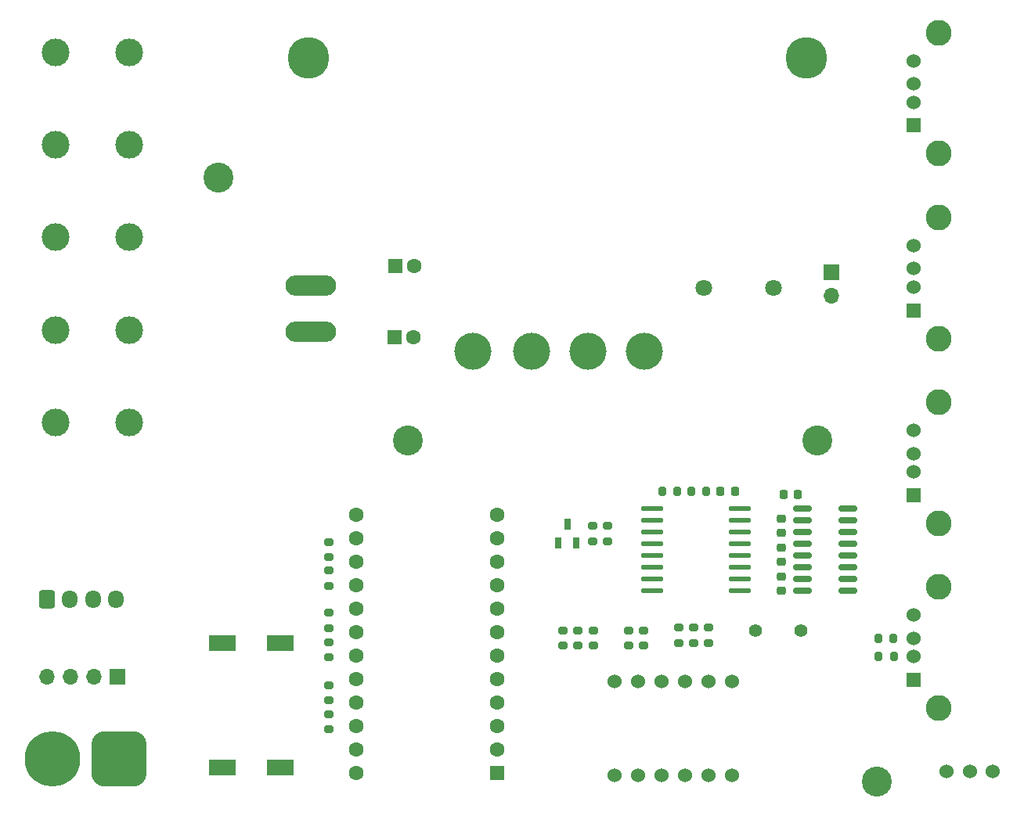
<source format=gbr>
%TF.GenerationSoftware,KiCad,Pcbnew,6.0.9-8da3e8f707~117~ubuntu20.04.1*%
%TF.CreationDate,2023-02-11T13:52:53-08:00*%
%TF.ProjectId,PDB,5044422e-6b69-4636-9164-5f7063625858,rev?*%
%TF.SameCoordinates,Original*%
%TF.FileFunction,Soldermask,Top*%
%TF.FilePolarity,Negative*%
%FSLAX46Y46*%
G04 Gerber Fmt 4.6, Leading zero omitted, Abs format (unit mm)*
G04 Created by KiCad (PCBNEW 6.0.9-8da3e8f707~117~ubuntu20.04.1) date 2023-02-11 13:52:53*
%MOMM*%
%LPD*%
G01*
G04 APERTURE LIST*
G04 Aperture macros list*
%AMRoundRect*
0 Rectangle with rounded corners*
0 $1 Rounding radius*
0 $2 $3 $4 $5 $6 $7 $8 $9 X,Y pos of 4 corners*
0 Add a 4 corners polygon primitive as box body*
4,1,4,$2,$3,$4,$5,$6,$7,$8,$9,$2,$3,0*
0 Add four circle primitives for the rounded corners*
1,1,$1+$1,$2,$3*
1,1,$1+$1,$4,$5*
1,1,$1+$1,$6,$7*
1,1,$1+$1,$8,$9*
0 Add four rect primitives between the rounded corners*
20,1,$1+$1,$2,$3,$4,$5,0*
20,1,$1+$1,$4,$5,$6,$7,0*
20,1,$1+$1,$6,$7,$8,$9,0*
20,1,$1+$1,$8,$9,$2,$3,0*%
G04 Aperture macros list end*
%ADD10RoundRect,0.200000X0.275000X-0.200000X0.275000X0.200000X-0.275000X0.200000X-0.275000X-0.200000X0*%
%ADD11R,1.600000X1.600000*%
%ADD12C,1.600000*%
%ADD13R,1.700000X1.700000*%
%ADD14O,1.700000X1.700000*%
%ADD15R,1.524000X1.524000*%
%ADD16C,1.524000*%
%ADD17C,2.800000*%
%ADD18RoundRect,0.250000X-0.600000X-0.725000X0.600000X-0.725000X0.600000X0.725000X-0.600000X0.725000X0*%
%ADD19O,1.700000X1.950000*%
%ADD20RoundRect,0.225000X0.225000X0.250000X-0.225000X0.250000X-0.225000X-0.250000X0.225000X-0.250000X0*%
%ADD21C,1.800000*%
%ADD22C,1.400000*%
%ADD23RoundRect,0.200000X-0.275000X0.200000X-0.275000X-0.200000X0.275000X-0.200000X0.275000X0.200000X0*%
%ADD24RoundRect,0.225000X0.250000X-0.225000X0.250000X0.225000X-0.250000X0.225000X-0.250000X-0.225000X0*%
%ADD25C,3.000000*%
%ADD26R,2.921000X1.651000*%
%ADD27O,2.401000X0.574000*%
%ADD28RoundRect,0.200000X-0.200000X-0.275000X0.200000X-0.275000X0.200000X0.275000X-0.200000X0.275000X0*%
%ADD29C,3.240000*%
%ADD30R,0.700000X1.250000*%
%ADD31RoundRect,0.225000X-0.225000X-0.250000X0.225000X-0.250000X0.225000X0.250000X-0.225000X0.250000X0*%
%ADD32C,4.495800*%
%ADD33C,4.000000*%
%ADD34O,5.500000X2.200000*%
%ADD35RoundRect,0.150000X-0.825000X-0.150000X0.825000X-0.150000X0.825000X0.150000X-0.825000X0.150000X0*%
%ADD36RoundRect,1.500000X1.500000X1.500000X-1.500000X1.500000X-1.500000X-1.500000X1.500000X-1.500000X0*%
%ADD37C,6.000000*%
%ADD38RoundRect,0.225000X-0.250000X0.225000X-0.250000X-0.225000X0.250000X-0.225000X0.250000X0.225000X0*%
G04 APERTURE END LIST*
D10*
%TO.C,R11*%
X134645400Y-87007200D03*
X134645400Y-85357200D03*
%TD*%
D11*
%TO.C,C2*%
X100695688Y-53898800D03*
D12*
X102695688Y-53898800D03*
%TD*%
D13*
%TO.C,J1*%
X147955000Y-46883400D03*
D14*
X147955000Y-49423400D03*
%TD*%
D15*
%TO.C,USB2*%
X156845000Y-50998000D03*
D16*
X156845000Y-48498000D03*
X156845000Y-46498000D03*
X156845000Y-43998000D03*
D17*
X159555000Y-40948000D03*
X159555000Y-54048000D03*
%TD*%
D10*
%TO.C,R7*%
X118872000Y-87312000D03*
X118872000Y-85662000D03*
%TD*%
%TO.C,R6*%
X93599000Y-77723000D03*
X93599000Y-76073000D03*
%TD*%
D18*
%TO.C,Jst1*%
X63093600Y-82270600D03*
D19*
X65593600Y-82270600D03*
X68093600Y-82270600D03*
X70593600Y-82270600D03*
%TD*%
D16*
%TO.C,D3*%
X124460000Y-101346000D03*
X127000000Y-101346000D03*
X129540000Y-101346000D03*
X132080000Y-101346000D03*
X134620000Y-101346000D03*
X137160000Y-101346000D03*
X137160000Y-91186000D03*
X134620000Y-91186000D03*
X132080000Y-91186000D03*
X129540000Y-91186000D03*
X127000000Y-91186000D03*
X124460000Y-91186000D03*
%TD*%
D20*
%TO.C,C3*%
X144335800Y-70891400D03*
X142785800Y-70891400D03*
%TD*%
D21*
%TO.C,B1*%
X134172000Y-48614000D03*
X141672000Y-48614000D03*
%TD*%
D22*
%TO.C,Y1*%
X144613800Y-85623400D03*
X139713800Y-85623400D03*
%TD*%
D23*
%TO.C,R12*%
X125984000Y-85662000D03*
X125984000Y-87312000D03*
%TD*%
D10*
%TO.C,R2*%
X93599000Y-93218000D03*
X93599000Y-91568000D03*
%TD*%
D24*
%TO.C,C5*%
X142544800Y-78219600D03*
X142544800Y-76669600D03*
%TD*%
D15*
%TO.C,USB3*%
X156845000Y-70998000D03*
D16*
X156845000Y-68498000D03*
X156845000Y-66498000D03*
X156845000Y-63998000D03*
D17*
X159555000Y-60948000D03*
X159555000Y-74048000D03*
%TD*%
D25*
%TO.C,A2*%
X72000000Y-33113400D03*
X64000000Y-33113400D03*
%TD*%
D23*
%TO.C,R5*%
X93599000Y-79185000D03*
X93599000Y-80835000D03*
%TD*%
%TO.C,R3*%
X93599000Y-83757000D03*
X93599000Y-85407000D03*
%TD*%
D11*
%TO.C,Pro1*%
X111760000Y-101092000D03*
D12*
X111760000Y-98552000D03*
X111760000Y-96012000D03*
X111760000Y-93472000D03*
X111760000Y-90932000D03*
X111760000Y-88392000D03*
X111760000Y-85852000D03*
X111760000Y-83312000D03*
X111760000Y-80772000D03*
X111760000Y-78232000D03*
X111760000Y-75692000D03*
X111760000Y-73152000D03*
X96520000Y-73152000D03*
X96520000Y-75692000D03*
X96520000Y-78232000D03*
X96520000Y-80772000D03*
X96520000Y-83312000D03*
X96520000Y-85852000D03*
X96520000Y-88392000D03*
X96520000Y-90932000D03*
X96520000Y-93472000D03*
X96520000Y-96012000D03*
X96520000Y-98552000D03*
X96520000Y-101092000D03*
%TD*%
D26*
%TO.C,F1*%
X82092800Y-100507800D03*
X88315800Y-100507800D03*
X82092800Y-87045800D03*
X88315800Y-87045800D03*
%TD*%
D10*
%TO.C,R10*%
X133019800Y-87007200D03*
X133019800Y-85357200D03*
%TD*%
D23*
%TO.C,R14*%
X131394200Y-85357200D03*
X131394200Y-87007200D03*
%TD*%
D25*
%TO.C,A4*%
X72000000Y-53113400D03*
X64000000Y-53113400D03*
%TD*%
D15*
%TO.C,USB1*%
X156845000Y-30998000D03*
D16*
X156845000Y-28498000D03*
X156845000Y-26498000D03*
X156845000Y-23998000D03*
D17*
X159555000Y-20948000D03*
X159555000Y-34048000D03*
%TD*%
D27*
%TO.C,U3*%
X128523800Y-72491600D03*
X128523800Y-73761600D03*
X128523800Y-75031600D03*
X128523800Y-76301600D03*
X128523800Y-77571600D03*
X128523800Y-78841600D03*
X128523800Y-80111600D03*
X128523800Y-81381600D03*
X138023800Y-81381600D03*
X138023800Y-80111600D03*
X138023800Y-78841600D03*
X138023800Y-77571600D03*
X138023800Y-76301600D03*
X138023800Y-75031600D03*
X138023800Y-73761600D03*
X138023800Y-72491600D03*
%TD*%
D28*
%TO.C,R20*%
X132779000Y-70612000D03*
X134429000Y-70612000D03*
%TD*%
D11*
%TO.C,C1*%
X100797288Y-46228000D03*
D12*
X102797288Y-46228000D03*
%TD*%
D28*
%TO.C,R17*%
X153048200Y-88493600D03*
X154698200Y-88493600D03*
%TD*%
D24*
%TO.C,C4*%
X142547800Y-75070000D03*
X142547800Y-73520000D03*
%TD*%
D29*
%TO.C,REF\u002A\u002A*%
X102108000Y-65125600D03*
%TD*%
D10*
%TO.C,R1*%
X93599000Y-96330000D03*
X93599000Y-94680000D03*
%TD*%
D30*
%TO.C,Q1*%
X118432500Y-76151000D03*
X120332500Y-76151000D03*
X119382500Y-74151000D03*
%TD*%
D25*
%TO.C,A5*%
X72000000Y-63113400D03*
X64000000Y-63113400D03*
%TD*%
D28*
%TO.C,R19*%
X129629400Y-70612000D03*
X131279400Y-70612000D03*
%TD*%
D31*
%TO.C,C7*%
X135953200Y-70612000D03*
X137503200Y-70612000D03*
%TD*%
D16*
%TO.C,SW2*%
X160415600Y-100863400D03*
X162915600Y-100863400D03*
X165415600Y-100863400D03*
%TD*%
D10*
%TO.C,R4*%
X93599000Y-88582000D03*
X93599000Y-86932000D03*
%TD*%
D25*
%TO.C,A3*%
X72000000Y-43113400D03*
X64000000Y-43113400D03*
%TD*%
D32*
%TO.C,Converter1*%
X145211800Y-23672800D03*
X91363800Y-23672800D03*
D33*
X127685800Y-55422800D03*
X121589800Y-55422800D03*
X115493800Y-55422800D03*
X109143800Y-55422800D03*
%TD*%
D10*
%TO.C,R15*%
X122097800Y-75983600D03*
X122097800Y-74333600D03*
%TD*%
%TO.C,R9*%
X122174000Y-87312000D03*
X122174000Y-85662000D03*
%TD*%
D25*
%TO.C,A1*%
X72000000Y-23113400D03*
X64000000Y-23113400D03*
%TD*%
D23*
%TO.C,R13*%
X127635000Y-85662000D03*
X127635000Y-87312000D03*
%TD*%
D34*
%TO.C,Sw1*%
X91617800Y-53340000D03*
X91617800Y-48340000D03*
%TD*%
D35*
%TO.C,U2*%
X144808400Y-72491600D03*
X144808400Y-73761600D03*
X144808400Y-75031600D03*
X144808400Y-76301600D03*
X144808400Y-77571600D03*
X144808400Y-78841600D03*
X144808400Y-80111600D03*
X144808400Y-81381600D03*
X149758400Y-81381600D03*
X149758400Y-80111600D03*
X149758400Y-78841600D03*
X149758400Y-77571600D03*
X149758400Y-76301600D03*
X149758400Y-75031600D03*
X149758400Y-73761600D03*
X149758400Y-72491600D03*
%TD*%
D10*
%TO.C,R16*%
X123748800Y-75983600D03*
X123748800Y-74333600D03*
%TD*%
D36*
%TO.C,Batt1*%
X70866000Y-99568000D03*
D37*
X63666000Y-99568000D03*
%TD*%
D38*
%TO.C,C6*%
X142544800Y-79819200D03*
X142544800Y-81369200D03*
%TD*%
D29*
%TO.C,REF\u002A\u002A*%
X81635600Y-36677600D03*
%TD*%
%TO.C,REF\u002A\u002A*%
X152883400Y-102006400D03*
%TD*%
%TO.C,REF\u002A\u002A*%
X146456400Y-65125600D03*
%TD*%
D13*
%TO.C,J2*%
X70713600Y-90627200D03*
D14*
X68173600Y-90627200D03*
X65633600Y-90627200D03*
X63093600Y-90627200D03*
%TD*%
D28*
%TO.C,R18*%
X153022800Y-86487000D03*
X154672800Y-86487000D03*
%TD*%
D15*
%TO.C,DATA1*%
X156845000Y-90998000D03*
D16*
X156845000Y-88498000D03*
X156845000Y-86498000D03*
X156845000Y-83998000D03*
D17*
X159555000Y-80948000D03*
X159555000Y-94048000D03*
%TD*%
D10*
%TO.C,R8*%
X120523000Y-87312000D03*
X120523000Y-85662000D03*
%TD*%
M02*

</source>
